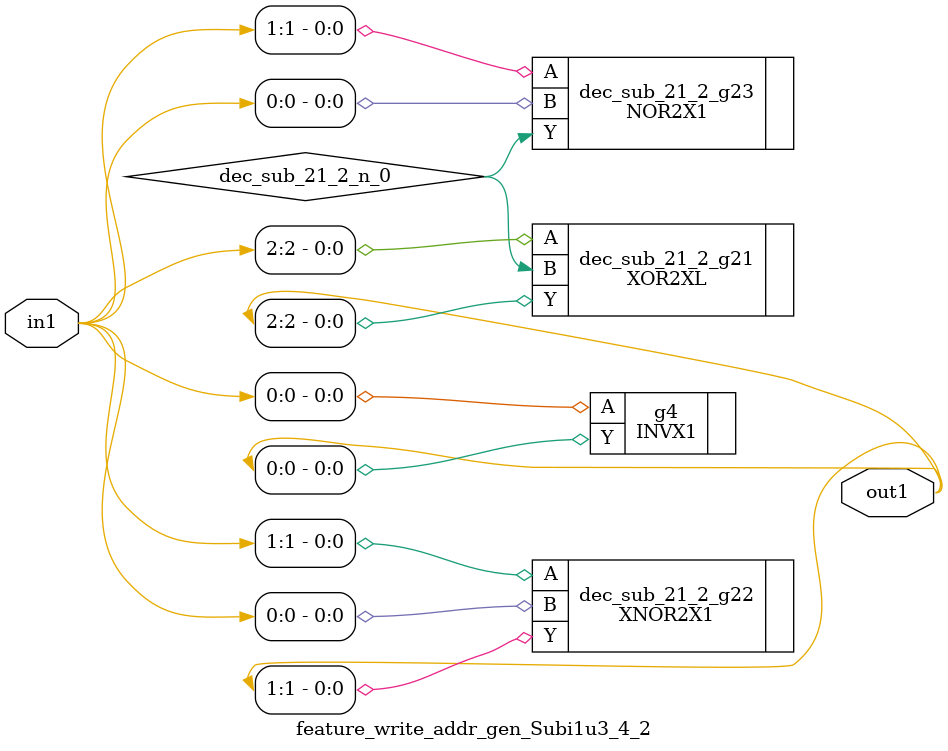
<source format=v>
`timescale 1ps / 1ps


module feature_write_addr_gen_Subi1u3_4_2(in1, out1);
  input [2:0] in1;
  output [2:0] out1;
  wire [2:0] in1;
  wire [2:0] out1;
  wire dec_sub_21_2_n_0;
  INVX1 g4(.A (in1[0]), .Y (out1[0]));
  XOR2XL dec_sub_21_2_g21(.A (in1[2]), .B (dec_sub_21_2_n_0), .Y
       (out1[2]));
  XNOR2X1 dec_sub_21_2_g22(.A (in1[1]), .B (in1[0]), .Y (out1[1]));
  NOR2X1 dec_sub_21_2_g23(.A (in1[1]), .B (in1[0]), .Y
       (dec_sub_21_2_n_0));
endmodule



</source>
